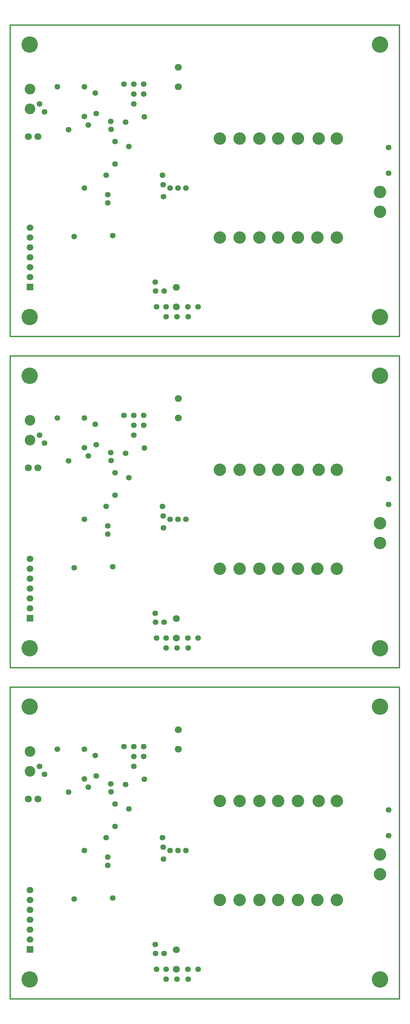
<source format=gbs>
%FSLAX42Y42*%
%MOMM*%
G71*
G01*
G75*
G04 Layer_Color=16711935*
%ADD10C,0.30*%
%ADD11R,0.70X1.30*%
%ADD12R,1.30X0.90*%
%ADD13R,1.20X1.00*%
%ADD14R,0.90X1.60*%
%ADD15R,0.60X0.80*%
%ADD16R,1.30X0.70*%
%ADD17R,0.90X1.30*%
%ADD18R,0.80X0.60*%
%ADD19R,0.70X1.20*%
%ADD20R,1.00X1.70*%
%ADD21R,1.60X0.90*%
%ADD22R,1.30X1.30*%
%ADD23R,3.60X1.30*%
%ADD24R,1.50X0.60*%
%ADD25R,1.00X0.40*%
%ADD26R,1.00X1.20*%
%ADD27R,1.20X0.70*%
%ADD28C,0.50*%
%ADD29C,2.00*%
%ADD30C,1.00*%
%ADD31C,0.25*%
%ADD32C,3.00*%
%ADD33C,5.00*%
%ADD34C,1.50*%
%ADD35C,1.30*%
%ADD36C,2.54*%
%ADD37C,1.60*%
%ADD38C,3.00*%
%ADD39C,1.50*%
%ADD40R,1.50X1.50*%
%ADD41C,1.27*%
%ADD42C,4.00*%
%ADD43R,0.90X1.50*%
%ADD44R,1.50X1.10*%
%ADD45R,1.40X1.20*%
%ADD46R,1.10X1.80*%
%ADD47R,0.80X1.00*%
%ADD48R,1.50X0.90*%
%ADD49R,1.10X1.50*%
%ADD50R,1.00X0.80*%
%ADD51R,0.90X1.40*%
%ADD52R,1.20X1.90*%
%ADD53R,1.80X1.10*%
%ADD54R,1.50X1.50*%
%ADD55R,3.80X1.50*%
%ADD56R,1.70X0.80*%
%ADD57R,1.20X0.60*%
%ADD58R,1.20X1.40*%
%ADD59R,1.40X0.90*%
%ADD60C,2.74*%
%ADD61C,1.80*%
%ADD62C,3.20*%
%ADD63C,1.70*%
%ADD64R,1.70X1.70*%
%ADD65C,1.47*%
%ADD66C,4.20*%
D10*
X3823Y10705D02*
X13823D01*
Y2705D02*
Y10705D01*
X3823Y2705D02*
X13823D01*
X3823D02*
Y10705D01*
Y19205D02*
X13823D01*
Y11205D02*
Y19205D01*
X3823Y11205D02*
X13823D01*
X3823D02*
Y19205D01*
Y27705D02*
X13823D01*
Y19705D02*
Y27705D01*
X3823Y19705D02*
X13823D01*
X3823D02*
Y27705D01*
D60*
X4331Y8547D02*
D03*
Y9055D02*
D03*
Y17047D02*
D03*
Y17555D02*
D03*
Y25547D02*
D03*
Y26055D02*
D03*
D61*
X8141Y9114D02*
D03*
Y9614D02*
D03*
X8090Y3967D02*
D03*
Y3467D02*
D03*
X4534Y7836D02*
D03*
X4284D02*
D03*
X8141Y17614D02*
D03*
Y18114D02*
D03*
X8090Y12467D02*
D03*
Y11967D02*
D03*
X4534Y16336D02*
D03*
X4284D02*
D03*
X8141Y26114D02*
D03*
Y26614D02*
D03*
X8090Y20967D02*
D03*
Y20467D02*
D03*
X4534Y24836D02*
D03*
X4284D02*
D03*
D62*
X13322Y6414D02*
D03*
Y5906D02*
D03*
X9207Y7785D02*
D03*
X9715D02*
D03*
X10224D02*
D03*
X10707D02*
D03*
X11207D02*
D03*
X11747D02*
D03*
X12207D02*
D03*
Y5245D02*
D03*
X11707D02*
D03*
X11207D02*
D03*
X10707D02*
D03*
X10224D02*
D03*
X9715D02*
D03*
X9207D02*
D03*
X13322Y14913D02*
D03*
Y14405D02*
D03*
X9207Y16285D02*
D03*
X9715D02*
D03*
X10224D02*
D03*
X10707D02*
D03*
X11207D02*
D03*
X11747D02*
D03*
X12207D02*
D03*
Y13745D02*
D03*
X11707D02*
D03*
X11207D02*
D03*
X10707D02*
D03*
X10224D02*
D03*
X9715D02*
D03*
X9207D02*
D03*
X13322Y23413D02*
D03*
Y22905D02*
D03*
X9207Y24785D02*
D03*
X9715D02*
D03*
X10224D02*
D03*
X10707D02*
D03*
X11207D02*
D03*
X11747D02*
D03*
X12207D02*
D03*
Y22245D02*
D03*
X11707D02*
D03*
X11207D02*
D03*
X10707D02*
D03*
X10224D02*
D03*
X9715D02*
D03*
X9207D02*
D03*
D63*
X4331Y4483D02*
D03*
Y4229D02*
D03*
Y4737D02*
D03*
Y4991D02*
D03*
Y5245D02*
D03*
Y5499D02*
D03*
Y12983D02*
D03*
Y12729D02*
D03*
Y13237D02*
D03*
Y13491D02*
D03*
Y13745D02*
D03*
Y13999D02*
D03*
Y21483D02*
D03*
Y21229D02*
D03*
Y21737D02*
D03*
Y21991D02*
D03*
Y22245D02*
D03*
Y22499D02*
D03*
D64*
Y3975D02*
D03*
Y12475D02*
D03*
Y20975D02*
D03*
D65*
X5029Y9119D02*
D03*
X5728D02*
D03*
X8395Y3213D02*
D03*
X8103D02*
D03*
X7823D02*
D03*
X7582Y3467D02*
D03*
X8649D02*
D03*
X8382D02*
D03*
X7823D02*
D03*
X13538Y6896D02*
D03*
X7760Y6299D02*
D03*
X7747Y6604D02*
D03*
X7925Y6515D02*
D03*
X8128D02*
D03*
X8331D02*
D03*
X7734Y6845D02*
D03*
X6998Y8674D02*
D03*
Y8928D02*
D03*
X7252D02*
D03*
Y9182D02*
D03*
X6998D02*
D03*
X6744D02*
D03*
X5728Y8357D02*
D03*
Y6515D02*
D03*
X7544Y4102D02*
D03*
X6401Y8230D02*
D03*
X6515Y7709D02*
D03*
X6871Y7582D02*
D03*
X5461Y5271D02*
D03*
X4572Y8674D02*
D03*
X4699Y8471D02*
D03*
X7772Y3874D02*
D03*
X6787Y8211D02*
D03*
X7557Y3874D02*
D03*
X7264Y8344D02*
D03*
X13538Y7557D02*
D03*
X6007Y8954D02*
D03*
X5321Y8014D02*
D03*
X6452Y5296D02*
D03*
X6325Y6134D02*
D03*
Y6350D02*
D03*
X5830Y8140D02*
D03*
X6033Y8433D02*
D03*
X6287Y6845D02*
D03*
X6515Y7137D02*
D03*
X6414Y8026D02*
D03*
X5029Y17619D02*
D03*
X5728D02*
D03*
X8395Y11713D02*
D03*
X8103D02*
D03*
X7823D02*
D03*
X7582Y11967D02*
D03*
X8649D02*
D03*
X8382D02*
D03*
X7823D02*
D03*
X13538Y15396D02*
D03*
X7760Y14799D02*
D03*
X7747Y15104D02*
D03*
X7925Y15015D02*
D03*
X8128D02*
D03*
X8331D02*
D03*
X7734Y15345D02*
D03*
X6998Y17174D02*
D03*
Y17428D02*
D03*
X7252D02*
D03*
Y17682D02*
D03*
X6998D02*
D03*
X6744D02*
D03*
X5728Y16857D02*
D03*
Y15015D02*
D03*
X7544Y12602D02*
D03*
X6401Y16730D02*
D03*
X6515Y16209D02*
D03*
X6871Y16082D02*
D03*
X5461Y13771D02*
D03*
X4572Y17174D02*
D03*
X4699Y16971D02*
D03*
X7772Y12374D02*
D03*
X6787Y16711D02*
D03*
X7557Y12374D02*
D03*
X7264Y16844D02*
D03*
X13538Y16057D02*
D03*
X6007Y17454D02*
D03*
X5321Y16514D02*
D03*
X6452Y13796D02*
D03*
X6325Y14634D02*
D03*
Y14850D02*
D03*
X5830Y16640D02*
D03*
X6033Y16933D02*
D03*
X6287Y15345D02*
D03*
X6515Y15637D02*
D03*
X6414Y16526D02*
D03*
X5029Y26119D02*
D03*
X5728D02*
D03*
X8395Y20213D02*
D03*
X8103D02*
D03*
X7823D02*
D03*
X7582Y20467D02*
D03*
X8649D02*
D03*
X8382D02*
D03*
X7823D02*
D03*
X13538Y23896D02*
D03*
X7760Y23299D02*
D03*
X7747Y23604D02*
D03*
X7925Y23515D02*
D03*
X8128D02*
D03*
X8331D02*
D03*
X7734Y23845D02*
D03*
X6998Y25674D02*
D03*
Y25928D02*
D03*
X7252D02*
D03*
Y26182D02*
D03*
X6998D02*
D03*
X6744D02*
D03*
X5728Y25357D02*
D03*
Y23515D02*
D03*
X7544Y21102D02*
D03*
X6401Y25230D02*
D03*
X6515Y24709D02*
D03*
X6871Y24582D02*
D03*
X5461Y22271D02*
D03*
X4572Y25674D02*
D03*
X4699Y25471D02*
D03*
X7772Y20874D02*
D03*
X6787Y25211D02*
D03*
X7557Y20874D02*
D03*
X7264Y25344D02*
D03*
X13538Y24557D02*
D03*
X6007Y25954D02*
D03*
X5321Y25014D02*
D03*
X6452Y22296D02*
D03*
X6325Y23134D02*
D03*
Y23350D02*
D03*
X5830Y25140D02*
D03*
X6033Y25433D02*
D03*
X6287Y23845D02*
D03*
X6515Y24137D02*
D03*
X6414Y25026D02*
D03*
D66*
X4323Y3205D02*
D03*
Y10205D02*
D03*
X13323D02*
D03*
Y3205D02*
D03*
X4323Y11705D02*
D03*
Y18705D02*
D03*
X13323D02*
D03*
Y11705D02*
D03*
X4323Y20205D02*
D03*
Y27205D02*
D03*
X13323D02*
D03*
Y20205D02*
D03*
M02*

</source>
